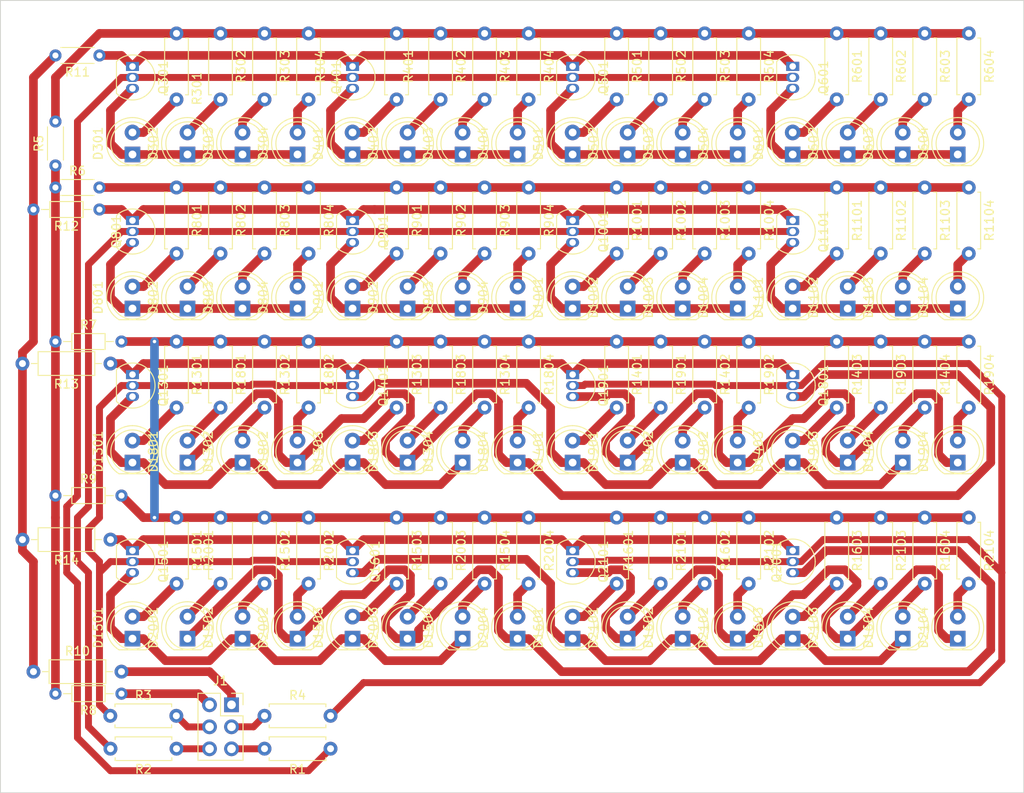
<source format=kicad_pcb>
(kicad_pcb (version 20221018) (generator pcbnew)
  (layers (0 "F.Cu" signal) (31 "B.Cu" signal) (34 "B.Paste" user) (35 "F.Paste" user) (36 "B.SilkS" user "B.Silkscreen") (37 "F.SilkS" user "F.Silkscreen") (38 "B.Mask" user) (39 "F.Mask" user) (44 "Edge.Cuts" user))
  (net 0 "")
  (net 1 "Net-(D301-K)")
  (net 2 "Net-(D401-K)")
  (net 3 "Net-(D501-K)")
  (net 4 "Net-(D601-K)")
  (net 5 "Net-(D801-K)")
  (net 6 "Net-(D901-K)")
  (net 7 "Net-(D1001-K)")
  (net 8 "Net-(D1101-K)")
  (net 9 "Net-(D1301-K)")
  (net 10 "Net-(D1401-K)")
  (net 11 "Net-(D1501-K)")
  (net 12 "Net-(D1601-K)")
  (net 13 "Net-(D1801-K)")
  (net 14 "Net-(D1901-K)")
  (net 15 "Net-(D2001-K)")
  (net 16 "Net-(D2101-K)")
  (net 17 "GND")
  (net 18 "Net-(J1-Pin_3)")
  (net 19 "Net-(J1-Pin_4)")
  (net 20 "Net-(J1-Pin_5)")
  (net 21 "Net-(J1-Pin_6)")
  (net 22 "PWM1")
  (net 23 "PWM2")
  (net 24 "PWM3")
  (net 25 "PWM4")
  (net 26 "Net-(D301-A)")
  (net 27 "Net-(D302-A)")
  (net 28 "Net-(D303-A)")
  (net 29 "Net-(D304-A)")
  (net 30 "Net-(D401-A)")
  (net 31 "Net-(D402-A)")
  (net 32 "Net-(D403-A)")
  (net 33 "Net-(D404-A)")
  (net 34 "Net-(D501-A)")
  (net 35 "Net-(D502-A)")
  (net 36 "Net-(D503-A)")
  (net 37 "Net-(D504-A)")
  (net 38 "Net-(D601-A)")
  (net 39 "Net-(D602-A)")
  (net 40 "Net-(D603-A)")
  (net 41 "Net-(D604-A)")
  (net 42 "Net-(D801-A)")
  (net 43 "Net-(D802-A)")
  (net 44 "Net-(D803-A)")
  (net 45 "Net-(D804-A)")
  (net 46 "Net-(D901-A)")
  (net 47 "Net-(D902-A)")
  (net 48 "Net-(D903-A)")
  (net 49 "Net-(D904-A)")
  (net 50 "Net-(D1001-A)")
  (net 51 "Net-(D1002-A)")
  (net 52 "Net-(D1003-A)")
  (net 53 "Net-(D1004-A)")
  (net 54 "Net-(D1101-A)")
  (net 55 "Net-(D1102-A)")
  (net 56 "Net-(D1103-A)")
  (net 57 "Net-(D1104-A)")
  (net 58 "Net-(D1301-A)")
  (net 59 "Net-(D1302-A)")
  (net 60 "Net-(D1303-A)")
  (net 61 "Net-(D1304-A)")
  (net 62 "Net-(D1401-A)")
  (net 63 "Net-(D1402-A)")
  (net 64 "Net-(D1403-A)")
  (net 65 "Net-(D1404-A)")
  (net 66 "Net-(D1501-A)")
  (net 67 "Net-(D1502-A)")
  (net 68 "Net-(D1503-A)")
  (net 69 "Net-(D1504-A)")
  (net 70 "Net-(D1601-A)")
  (net 71 "Net-(D1602-A)")
  (net 72 "Net-(D1603-A)")
  (net 73 "Net-(D1604-A)")
  (net 74 "Net-(D1801-A)")
  (net 75 "Net-(D1802-A)")
  (net 76 "Net-(D1803-A)")
  (net 77 "Net-(D1804-A)")
  (net 78 "Net-(D1901-A)")
  (net 79 "Net-(D1902-A)")
  (net 80 "Net-(D1903-A)")
  (net 81 "Net-(D1904-A)")
  (net 82 "Net-(D2001-A)")
  (net 83 "Net-(D2002-A)")
  (net 84 "Net-(D2003-A)")
  (net 85 "Net-(D2004-A)")
  (net 86 "Net-(D2101-A)")
  (net 87 "Net-(D2102-A)")
  (net 88 "Net-(D2103-A)")
  (net 89 "Net-(D2104-A)")
  (net 90 "Net-(J1-Pin_2)")
  (net 91 "Net-(J1-Pin_1)")
  (net 92 "GND2")
  (net 93 "3.3V_2")
  (net 94 "3.3V_1")
  (net 95 "3.3V_3")
  (net 96 "3.3V")
  (footprint "Resistor_THT:R_Axial_DIN0207_L6.3mm_D2.5mm_P7.62mm_Horizontal" (layer "F.Cu") (at 48.26 105.41 180)
    (fp_text reference "R2")
    (fp_text value "10k")
  )
  (footprint "Resistor_THT:R_Axial_DIN0207_L6.3mm_D2.5mm_P7.62mm_Horizontal" (layer "F.Cu") (at 134.62 40.64 -90)
    (fp_text reference "R1103")
    (fp_text value "220")
  )
  (footprint "My10.16mmResistor:my10.16mm_resistor" (layer "F.Cu") (at 31.75 96.52)
    (fp_text reference "R10")
    (fp_text value "0")
  )
  (footprint "Resistor_THT:R_Axial_DIN0207_L6.3mm_D2.5mm_P7.62mm_Horizontal" (layer "F.Cu") (at 66.04 105.41 180)
    (fp_text reference "R1")
    (fp_text value "10k")
  )
  (footprint "Resistor_THT:R_Axial_DIN0207_L6.3mm_D2.5mm_P7.62mm_Horizontal" (layer "F.Cu") (at 48.26 40.64 -90)
    (fp_text reference "R801")
    (fp_text value "220")
  )
  (footprint "Resistor_THT:R_Axial_DIN0207_L6.3mm_D2.5mm_P7.62mm_Horizontal" (layer "F.Cu") (at 73.66 40.64 -90)
    (fp_text reference "R901")
    (fp_text value "220")
  )
  (footprint "MyLED:LED_D5.0mm" (layer "F.Cu") (at 113.03 36.83 90)
    (fp_text reference "D504")
    (fp_text value "LED")
  )
  (footprint "Resistor_THT:R_Axial_DIN0207_L6.3mm_D2.5mm_P7.62mm_Horizontal" (layer "F.Cu") (at 109.22 78.74 -90)
    (fp_text reference "R1602")
    (fp_text value "220")
  )
  (footprint "Resistor_THT:R_Axial_DIN0207_L6.3mm_D2.5mm_P7.62mm_Horizontal" (layer "F.Cu") (at 78.74 58.42 -90)
    (fp_text reference "R1803")
    (fp_text value "220")
  )
  (footprint "MyLED:LED_D5.0mm" (layer "F.Cu") (at 81.28 92.71 90)
    (fp_text reference "D1504")
    (fp_text value "LED")
  )
  (footprint "Resistor_THT:R_Axial_DIN0207_L6.3mm_D2.5mm_P7.62mm_Horizontal" (layer "F.Cu") (at 124.46 58.42 -90)
    (fp_text reference "R1403")
    (fp_text value "220")
  )
  (footprint "MyLED:LED_D5.0mm" (layer "F.Cu") (at 113.03 54.61 90)
    (fp_text reference "D1004")
    (fp_text value "LED")
  )
  (footprint "Resistor_THT:R_Axial_DIN0207_L6.3mm_D2.5mm_P7.62mm_Horizontal" (layer "F.Cu") (at 109.22 40.64 -90)
    (fp_text reference "R1003")
    (fp_text value "220")
  )
  (footprint "Resistor_THT:R_Axial_DIN0207_L6.3mm_D2.5mm_P7.62mm_Horizontal" (layer "F.Cu") (at 63.5 58.42 -90)
    (fp_text reference "R1802")
    (fp_text value "220")
  )
  (footprint "Resistor_THT:R_Axial_DIN0207_L6.3mm_D2.5mm_P7.62mm_Horizontal" (layer "F.Cu") (at 78.74 78.74 -90)
    (fp_text reference "R2003")
    (fp_text value "220")
  )
  (footprint "MyLED:LED_D5.0mm" (layer "F.Cu") (at 87.63 36.83 90)
    (fp_text reference "D404")
    (fp_text value "LED")
  )
  (footprint "MyLED:LED_D5.0mm" (layer "F.Cu") (at 55.88 72.39 90)
    (fp_text reference "D1302")
    (fp_text value "LED")
  )
  (footprint "MyLED:LED_D5.0mm" (layer "F.Cu") (at 119.38 92.71 90)
    (fp_text reference "D1603")
    (fp_text value "LED")
  )
  (footprint "MyLED:LED_D5.0mm" (layer "F.Cu") (at 49.53 54.61 90)
    (fp_text reference "D802")
    (fp_text value "LED")
  )
  (footprint "MyLED:LED_D5.0mm" (layer "F.Cu") (at 62.23 54.61 90)
    (fp_text reference "D804")
    (fp_text value "LED")
  )
  (footprint "MyLED:LED_D5.0mm" (layer "F.Cu") (at 138.43 72.39 90)
    (fp_text reference "D1904")
    (fp_text value "LED")
  )
  (footprint "Resistor_THT:R_Axial_DIN0207_L6.3mm_D2.5mm_P7.62mm_Horizontal" (layer "F.Cu") (at 83.82 40.64 -90)
    (fp_text reference "R903")
    (fp_text value "220")
  )
  (footprint "Resistor_THT:R_Axial_DIN0204_L3.6mm_D1.6mm_P5.08mm_Horizontal" (layer "F.Cu") (at 39.37 25.4 180)
    (fp_text reference "R11")
    (fp_text value "0")
  )
  (footprint "Resistor_THT:R_Axial_DIN0207_L6.3mm_D2.5mm_P7.62mm_Horizontal" (layer "F.Cu") (at 109.22 22.85 -90)
    (fp_text reference "R503")
    (fp_text value "220")
  )
  (footprint "Resistor_THT:R_Axial_DIN0207_L6.3mm_D2.5mm_P7.62mm_Horizontal" (layer "F.Cu") (at 114.3 58.43 -90)
    (fp_text reference "R1902")
    (fp_text value "220")
  )
  (footprint "Resistor_THT:R_Axial_DIN0207_L6.3mm_D2.5mm_P7.62mm_Horizontal" (layer "F.Cu") (at 88.9 58.42 -90)
    (fp_text reference "R1804")
    (fp_text value "220")
  )
  (footprint "Resistor_THT:R_Axial_DIN0207_L6.3mm_D2.5mm_P7.62mm_Horizontal" (layer "F.Cu") (at 58.42 22.86 -90)
    (fp_text reference "R303")
    (fp_text value "220")
  )
  (footprint "Resistor_THT:R_Axial_DIN0204_L3.6mm_D1.6mm_P7.62mm_Horizontal" (layer "F.Cu") (at 41.91 99.06 180)
    (fp_text reference "R8")
    (fp_text value "0")
  )
  (footprint "Package_TO_SOT_THT:TO-92_Inline" (layer "F.Cu") (at 119.38 62.23 -90)
    (fp_text reference "Q1801")
    (fp_text value "2N3904")
  )
  (footprint "Resistor_THT:R_Axial_DIN0207_L6.3mm_D2.5mm_P7.62mm_Horizontal" (layer "F.Cu") (at 73.66 58.42 -90)
    (fp_text reference "R1303")
    (fp_text value "220")
  )
  (footprint "Resistor_THT:R_Axial_DIN0207_L6.3mm_D2.5mm_P7.62mm_Horizontal" (layer "F.Cu") (at 58.42 101.615)
    (fp_text reference "R4")
    (fp_text value "10k")
  )
  (footprint "Resistor_THT:R_Axial_DIN0207_L6.3mm_D2.5mm_P7.62mm_Horizontal" (layer "F.Cu") (at 48.26 22.86 -90)
    (fp_text reference "R301")
    (fp_text value "220")
  )
  (footprint "MyLED:LED_D5.0mm" (layer "F.Cu") (at 49.53 36.83 90)
    (fp_text reference "D302")
    (fp_text value "LED")
  )
  (footprint "MyLED:LED_D5.0mm" (layer "F.Cu") (at 87.63 72.39 90)
    (fp_text reference "D1804")
    (fp_text value "LED")
  )
  (footprint "Resistor_THT:R_Axial_DIN0207_L6.3mm_D2.5mm_P7.62mm_Horizontal" (layer "F.Cu") (at 63.5 22.86 -90)
    (fp_text reference "R304")
    (fp_text value "220")
  )
  (footprint "My10.16mmResistor:my10.16mm_resistor" (layer "F.Cu") (at 40.64 81.28 180)
    (fp_text reference "R14")
    (fp_text value "0")
  )
  (footprint "Resistor_THT:R_Axial_DIN0207_L6.3mm_D2.5mm_P7.62mm_Horizontal" (layer "F.Cu") (at 129.54 58.42 -90)
    (fp_text reference "R1903")
    (fp_text value "220")
  )
  (footprint "MyLED:LED_D5.0mm" (layer "F.Cu") (at 125.73 54.61 90)
    (fp_text reference "D1102")
    (fp_text value "LED")
  )
  (footprint "Resistor_THT:R_Axial_DIN0207_L6.3mm_D2.5mm_P7.62mm_Horizontal" (layer "F.Cu") (at 63.5 40.64 -90)
    (fp_text reference "R804")
    (fp_text value "220")
  )
  (footprint "Resistor_THT:R_Axial_DIN0207_L6.3mm_D2.5mm_P7.62mm_Horizontal" (layer "F.Cu") (at 99.06 78.74 -90)
    (fp_text reference "R1601")
    (fp_text value "220")
  )
  (footprint "Resistor_THT:R_Axial_DIN0207_L6.3mm_D2.5mm_P7.62mm_Horizontal" (layer "F.Cu") (at 83.82 58.42 -90)
    (fp_text reference "R1304")
    (fp_text value "220")
  )
  (footprint "MyLED:LED_D5.0mm" (layer "F.Cu") (at 62.23 36.83 90)
    (fp_text reference "D304")
    (fp_text value "LED")
  )
  (footprint "Resistor_THT:R_Axial_DIN0207_L6.3mm_D2.5mm_P7.62mm_Horizontal" (layer "F.Cu") (at 104.14 40.64 -90)
    (fp_text reference "R1002")
    (fp_text value "220")
  )
  (footprint "MyLED:LED_D5.0mm" (layer "F.Cu") (at 119.38 36.83 90)
    (fp_text reference "D601")
    (fp_text value "LED")
  )
  (footprint "Resistor_THT:R_Axial_DIN0207_L6.3mm_D2.5mm_P7.62mm_Horizontal" (layer "F.Cu") (at 58.42 58.42 -90)
    (fp_text reference "R1302")
    (fp_text value "220")
  )
  (footprint "MyLED:LED_D5.0mm" (layer "F.Cu") (at 87.63 54.61 90)
    (fp_text reference "D904")
    (fp_text value "LED")
  )
  (footprint "Package_TO_SOT_THT:TO-92_Inline" (layer "F.Cu") (at 68.58 44.45 -90)
    (fp_text reference "Q901")
    (fp_text value "2N3904")
  )
  (footprint "MyLED:LED_D5.0mm" (layer "F.Cu") (at 74.93 92.71 90)
    (fp_text reference "D2003")
    (fp_text value "LED")
  )
  (footprint "Resistor_THT:R_Axial_DIN0207_L6.3mm_D2.5mm_P7.62mm_Horizontal" (layer "F.Cu") (at 88.9 40.64 -90)
    (fp_text reference "R904")
    (fp_text value "220")
  )
  (footprint "Resistor_THT:R_Axial_DIN0207_L6.3mm_D2.5mm_P7.62mm_Horizontal" (layer "F.Cu") (at 83.82 22.86 -90)
    (fp_text reference "R403")
    (fp_text value "220")
  )
  (footprint "Resistor_THT:R_Axial_DIN0207_L6.3mm_D2.5mm_P7.62mm_Horizontal" (layer "F.Cu") (at 129.54 40.64 -90)
    (fp_text reference "R1102")
    (fp_text value "220")
  )
  (footprint "MyLED:LED_D5.0mm" (layer "F.Cu") (at 74.93 72.39 90)
    (fp_text reference "D1803")
    (fp_text value "LED")
  )
  (footprint "Resistor_THT:R_Axial_DIN0204_L3.6mm_D1.6mm_P7.62mm_Horizontal" (layer "F.Cu") (at 39.37 43.18 180)
    (fp_text reference "R12")
    (fp_text value "0")
  )
  (footprint "MyLED:LED_D5.0mm" (layer "F.Cu") (at 119.38 54.61 90)
    (fp_text reference "D1101")
    (fp_text value "LED")
  )
  (footprint "MyLED:LED_D5.0mm" (layer "F.Cu") (at 68.58 36.83 90)
    (fp_text reference "D401")
    (fp_text value "LED")
  )
  (footprint "Resistor_THT:R_Axial_DIN0207_L6.3mm_D2.5mm_P7.62mm_Horizontal" (layer "F.Cu") (at 48.26 58.42 -90)
    (fp_text reference "R1301")
    (fp_text value "220")
  )
  (footprint "Resistor_THT:R_Axial_DIN0207_L6.3mm_D2.5mm_P7.62mm_Horizontal" (layer "F.Cu") (at 124.46 22.85 -90)
    (fp_text reference "R601")
    (fp_text value "220")
  )
  (footprint "MyLED:LED_D5.0mm" (layer "F.Cu") (at 43.18 54.61 90)
    (fp_text reference "D801")
    (fp_text value "LED")
  )
  (footprint "Resistor_THT:R_Axial_DIN0207_L6.3mm_D2.5mm_P7.62mm_Horizontal" (layer "F.Cu") (at 73.66 78.74 -90)
    (fp_text reference "R1503")
    (fp_text value "220")
  )
  (footprint "Package_TO_SOT_THT:TO-92_Inline" (layer "F.Cu") (at 93.98 26.66 -90)
    (fp_text reference "Q501")
    (fp_text value "2N3904")
  )
  (footprint "Package_TO_SOT_THT:TO-92_Inline" (layer "F.Cu") (at 43.18 44.45 -90)
    (fp_text reference "Q801")
    (fp_text value "2N3904")
  )
  (footprint "Resistor_THT:R_Axial_DIN0207_L6.3mm_D2.5mm_P7.62mm_Horizontal" (layer "F.Cu") (at 40.62 101.615)
    (fp_text reference "R3")
    (fp_text value "10k")
  )
  (footprint "MyLED:LED_D5.0mm" (layer "F.Cu") (at 125.73 92.71 90)
    (fp_text reference "D2103")
    (fp_text value "LED")
  )
  (footprint "Resistor_THT:R_Axial_DIN0207_L6.3mm_D2.5mm_P7.62mm_Horizontal" (layer "F.Cu") (at 104.14 78.74 -90)
    (fp_text reference "R2101")
    (fp_text value "220")
  )
  (footprint "Package_TO_SOT_THT:TO-92_Inline" (layer "F.Cu") (at 68.58 62.23 -90)
    (fp_text reference "Q1401")
    (fp_text value "2N3904")
  )
  (footprint "MyLED:LED_D5.0mm" (layer "F.Cu") (at 81.28 36.83 90)
    (fp_text reference "D403")
    (fp_text value "LED")
  )
  (footprint "Package_TO_SOT_THT:TO-92_Inline" (layer "F.Cu") (at 43.18 26.67 -90)
    (fp_text reference "Q301")
    (fp_text value "2N3904")
  )
  (footprint "MyLED:LED_D5.0mm" (layer "F.Cu") (at 62.23 92.71 90)
    (fp_text reference "D2002")
    (fp_text value "LED")
  )
  (footprint "MyLED:LED_D5.0mm" (layer "F.Cu") (at 55.88 36.83 90)
    (fp_text reference "D303")
    (fp_text value "LED")
  )
  (footprint "MyLED:LED_D5.0mm" (layer "F.Cu") (at 81.28 72.39 90)
    (fp_text reference "D1304")
    (fp_text value "LED")
  )
  (footprint "MyLED:LED_D5.0mm" (layer "F.Cu") (at 125.73 72.39 90)
    (fp_text reference "D1903")
    (fp_text value "LED")
  )
  (footprint "Resistor_THT:R_Axial_DIN0207_L6.3mm_D2.5mm_P7.62mm_Horizontal" (layer "F.Cu") (at 134.62 22.85 -90)
    (fp_text reference "R603")
    (fp_text value "220")
  )
  (footprint "MyLED:LED_D5.0mm" (layer "F.Cu") (at 62.23 72.39 90)
    (fp_text reference "D1802")
    (fp_text value "LED")
  )
  (footprint "MyLED:LED_D5.0mm" (layer "F.Cu") (at 81.28 54.61 90)
    (fp_text reference "D903")
    (fp_text value "LED")
  )
  (footprint "MyLED:LED_D5.0mm" (layer "F.Cu") (at 49.53 72.39 90)
    (fp_text reference "D1801")
    (fp_text value "LED")
  )
  (footprint "MyLED:LED_D5.0mm" (layer "F.Cu") (at 132.08 36.83 90)
    (fp_text reference "D603")
    (fp_text value "LED")
  )
  (footprint "MyLED:LED_D5.0mm" (layer "F.Cu") (at 119.38 72.39 90)
    (fp_text reference "D1403")
    (fp_text value "LED")
  )
  (footprint "Resistor_THT:R_Axial_DIN0207_L6.3mm_D2.5mm_P7.62mm_Horizontal" (layer "F.Cu") (at 73.66 22.86 -90)
    (fp_text reference "R401")
    (fp_text value "220")
  )
  (footprint "Resistor_THT:R_Axial_DIN0204_L3.6mm_D1.6mm_P5.08mm_Horizontal" (layer "F.Cu") (at 34.29 40.64)
    (fp_text reference "R6")
    (fp_text value "0")
  )
  (footprint "MyLED:LED_D5.0mm" (layer "F.Cu") (at 68.58 72.39 90)
    (fp_text reference "D1303")
    (fp_text value "LED")
  )
  (footprint "MyLED:LED_D5.0mm" (layer "F.Cu") (at 100.33 92.71 90)
    (fp_text reference "D2101")
    (fp_text value "LED")
  )
  (footprint "Resistor_THT:R_Axial_DIN0207_L6.3mm_D2.5mm_P7.62mm_Horizontal" (layer "F.Cu") (at 88.9 22.86 -90)
    (fp_text reference "R404")
    (fp_text value "220")
  )
  (footprint "Package_TO_SOT_THT:TO-92_Inline" (layer "F.Cu") (at 119.38 26.66 -90)
    (fp_text reference "Q601")
    (fp_text value "2N3904")
  )
  (footprint "Resistor_THT:R_Axial_DIN0207_L6.3mm_D2.5mm_P7.62mm_Horizontal" (layer "F.Cu") (at 139.7 22.85 -90)
    (fp_text reference "R604")
    (fp_text value "220")
  )
  (footprint "Package_TO_SOT_THT:TO-92_Inline" (layer "F.Cu") (at 119.38 44.45 -90)
    (fp_text reference "Q1101")
    (fp_text value "2N3904")
  )
  (footprint "Resistor_THT:R_Axial_DIN0207_L6.3mm_D2.5mm_P7.62mm_Horizontal" (layer "F.Cu") (at 53.34 22.86 -90)
    (fp_text reference "R302")
    (fp_text value "220")
  )
  (footprint "MyLED:LED_D5.0mm" (layer "F.Cu") (at 43.18 92.71 90)
    (fp_text reference "D1501")
    (fp_text value "LED")
  )
  (footprint "MyLED:LED_D5.0mm" (layer "F.Cu") (at 55.88 92.71 90)
    (fp_text reference "D1502")
    (fp_text value "LED")
  )
  (footprint "Resistor_THT:R_Axial_DIN0207_L6.3mm_D2.5mm_P7.62mm_Horizontal" (layer "F.Cu") (at 53.34 58.42 -90)
    (fp_text reference "R1801")
    (fp_text value "220")
  )
  (footprint "MyLED:LED_D5.0mm" (layer "F.Cu") (at 43.18 36.83 90)
    (fp_text reference "D301")
    (fp_text value "LED")
  )
  (footprint "MyLED:LED_D5.0mm" (layer "F.Cu") (at 138.43 36.83 90)
    (fp_text reference "D604")
    (fp_text value "LED")
  )
  (footprint "MyLED:LED_D5.0mm" (layer "F.Cu") (at 43.18 72.39 90)
    (fp_text reference "D1301")
    (fp_text value "LED")
  )
  (footprint "My10.16mmResistor:my10.16mm_resistor" (layer "F.Cu") (at 40.64 60.96 180)
    (fp_text reference "R13")
    (fp_text value "0")
  )
  (footprint "MyLED:LED_D5.0mm" (layer "F.Cu") (at 106.68 36.83 90)
    (fp_text reference "D503")
    (fp_text value "LED")
  )
  (footprint "Resistor_THT:R_Axial_DIN0207_L6.3mm_D2.5mm_P7.62mm_Horizontal" (layer "F.Cu") (at 139.7 40.64 -90)
    (fp_text reference "R1104")
    (fp_text value "220")
  )
  (footprint "MyLED:LED_D5.0mm" (layer "F.Cu") (at 55.88 54.61 90)
    (fp_text reference "D803")
    (fp_text value "LED")
  )
  (footprint "MyLED:LED_D5.0mm" (layer "F.Cu") (at 100.33 54.61 90)
    (fp_text reference "D1002")
    (fp_text value "LED")
  )
  (footprint "MyLED:LED_D5.0mm" (layer "F.Cu") (at 106.68 54.61 90)
    (fp_text reference "D1003")
    (fp_text value "LED")
  )
  (footprint "MyLED:LED_D5.0mm" (layer "F.Cu") (at 125.73 36.83 90)
    (fp_text reference "D602")
    (fp_text value "LED")
  )
  (footprint "MyLED:LED_D5.0mm" (layer "F.Cu") (at 106.68 92.71 90)
    (fp_text reference "D1602")
    (fp_text value "LED")
  )
  (footprint "Resistor_THT:R_Axial_DIN0207_L6.3mm_D2.5mm_P7.62mm_Horizontal" (layer "F.Cu") (at 83.82 78.74 -90)
    (fp_text reference "R1504")
    (fp_text value "220")
  )
  (footprint "Resistor_THT:R_Axial_DIN0207_L6.3mm_D2.5mm_P7.62mm_Horizontal" (layer "F.Cu") (at 114.3 40.64 -90)
    (fp_text reference "R1004")
    (fp_text value "220")
  )
  (footprint "Resistor_THT:R_Axial_DIN0207_L6.3mm_D2.5mm_P7.62mm_Horizontal" (layer "F.Cu") (at 109.22 58.42 -90)
    (fp_text reference "R1402")
    (fp_text value "220")
  )
  (footprint "MyLED:LED_D5.0mm" (layer "F.Cu") (at 106.68 72.39 90)
    (fp_text reference "D1402")
    (fp_text value "LED")
  )
  (footprint "Package_TO_SOT_THT:TO-92_Inline" (layer "F.Cu") (at 68.58 26.67 -90)
    (fp_text reference "Q401")
    (fp_text value "2N3904")
  )
  (footprint "Connector_PinSocket_2.54mm:PinSocket_2x03_P2.54mm_Vertical" (layer "F.Cu") (at 54.61 100.345)
    (fp_text reference "J1")
    (fp_text value "Conn_02x03_Odd_Even")
  )
  (footprint "MyLED:LED_D5.0mm" (layer "F.Cu") (at 100.33 72.39 90)
    (fp_text reference "D1901")
    (fp_text value "LED")
  )
  (footprint "MyLED:LED_D5.0mm" (layer "F.Cu") (at 93.98 54.61 90)
    (fp_text reference "D1001")
    (fp_text value "LED")
  )
  (footprint "Resistor_THT:R_Axial_DIN0207_L6.3mm_D2.5mm_P7.62mm_Horizontal" (layer "F.Cu") (at 129.54 22.85 -90)
    (fp_text reference "R602")
    (fp_text value "220")
  )
  (footprint "Resistor_THT:R_Axial_DIN0204_L3.6mm_D1.6mm_P7.62mm_Horizontal" (layer "F.Cu") (at 34.29 58.42)
    (fp_text reference "R7")
    (fp_text value "0")
  )
  (footprint "MyLED:LED_D5.0mm" (layer "F.Cu") (at 138.43 92.71 90)
    (fp_text reference "D2104")
    (fp_text value "LED")
  )
  (footprint "Resistor_THT:R_Axial_DIN0207_L6.3mm_D2.5mm_P7.62mm_Horizontal" (layer "F.Cu") (at 114.3 22.86 -90)
    (fp_text reference "R504")
    (fp_text value "220")
  )
  (footprint "MyLED:LED_D5.0mm" (layer "F.Cu") (at 87.63 92.71 90)
    (fp_text reference "D2004")
    (fp_text value "LED")
  )
  (footprint "Resistor_THT:R_Axial_DIN0207_L6.3mm_D2.5mm_P7.62mm_Horizontal" (layer "F.Cu") (at 88.9 78.74 -90)
    (fp_text reference "R2004")
    (fp_text value "220")
  )
  (footprint "Resistor_THT:R_Axial_DIN0207_L6.3mm_D2.5mm_P7.62mm_Horizontal" (layer "F.Cu") (at 129.54 78.74 -90)
    (fp_text reference "R2103")
    (fp_text value "220")
  )
  (footprint "MyLED:LED_D5.0mm" (layer "F.Cu") (at 49.53 92.71 90)
    (fp_text reference "D2001")
    (fp_text value "LED")
  )
  (footprint "Resistor_THT:R_Axial_DIN0207_L6.3mm_D2.5mm_P7.62mm_Horizontal" (layer "F.Cu") (at 58.42 78.74 -90)
    (fp_text reference "R1502")
    (fp_text value "220")
  )
  (footprint "MyLED:LED_D5.0mm" (layer "F.Cu") (at 113.03 92.71 90)
    (fp_text reference "D2102")
    (fp_text value "LED")
  )
  (footprint "MyLED:LED_D5.0mm" (layer "F.Cu") (at 93.98 72.39 90)
    (fp_text reference "D1401")
    (fp_text value "LED")
  )
  (footprint "Resistor_THT:R_Axial_DIN0207_L6.3mm_D2.5mm_P7.62mm_Horizontal" (layer "F.Cu") (at 124.46 40.64 -90)
    (fp_text reference "R1101")
    (fp_text value "220")
  )
  (footprint "Resistor_THT:R_Axial_DIN0207_L6.3mm_D2.5mm_P7.62mm_Horizontal" (layer "F.Cu") (at 124.46 78.74 -90)
    (fp_text reference "R1603")
    (fp_text value "220")
  )
  (footprint "Package_TO_SOT_THT:TO-92_Inline" (layer "F.Cu") (at 93.98 62.23 -90)
    (fp_text reference "Q1901")
    (fp_text value "2N3904")
  )
  (footprint "Resistor_THT:R_Axial_DIN0207_L6.3mm_D2.5mm_P7.62mm_Horizontal" (layer "F.Cu") (at 53.34 40.64 -90)
    (fp_text reference "R802")
    (fp_text value "220")
  )
  (footprint "MyLED:LED_D5.0mm" (layer "F.Cu") (at 68.58 54.61 90)
    (fp_text reference "D901")
    (fp_text value "LED")
  )
  (footprint "Resistor_THT:R_Axial_DIN0204_L3.6mm_D1.6mm_P5.08mm_Horizontal" (layer "F.Cu") (at 34.29 38.1 90)
    (fp_text reference "R5")
    (fp_text value "0")
  )
  (footprint "Package_TO_SOT_THT:TO-92_Inline" (layer "F.Cu") (at 93.98 44.45 -90)
    (fp_text reference "Q1001")
    (fp_text value "2N3904")
  )
  (footprint "Resistor_THT:R_Axial_DIN0207_L6.3mm_D2.5mm_P7.62mm_Horizontal" (layer "F.Cu") (at 139.7 78.74 -90)
    (fp_text reference "R2104")
    (fp_text value "220")
  )
  (footprint "MyLED:LED_D5.0mm" (layer "F.Cu") (at 132.08 72.39 90)
    (fp_text reference "D1404")
    (fp_text value "LED")
  )
  (footprint "MyLED:LED_D5.0mm" (layer "F.Cu") (at 100.33 36.83 90)
    (fp_text reference "D502")
    (fp_text value "LED")
  )
  (footprint "Resistor_THT:R_Axial_DIN0207_L6.3mm_D2.5mm_P7.62mm_Horizontal" (layer "F.Cu") (at 58.42 40.64 -90)
    (fp_text reference "R803")
    (fp_text value "220")
  )
  (footprint "Resistor_THT:R_Axial_DIN0207_L6.3mm_D2.5mm_P7.62mm_Horizontal" (layer "F.Cu") (at 78.74 40.64 -90)
    (fp_text reference "R902")
    (fp_text value "220")
  )
  (footprint "MyLED:LED_D5.0mm" (layer "F.Cu") (at 132.08 54.61 90)
    (fp_text reference "D1103")
    (fp_text value "LED")
  )
  (footprint "MyLED:LED_D5.0mm" (layer "F.Cu") (at 93.98 36.83 90)
    (fp_text reference "D501")
    (fp_text value "LED")
  )
  (footprint "Resistor_THT:R_Axial_DIN0207_L6.3mm_D2.5mm_P7.62mm_Horizontal" (layer "F.Cu") (at 114.3 78.74 -90)
    (fp_text reference "R2102")
    (fp_text value "220")
  )
  (footprint "Resistor_THT:R_Axial_DIN0207_L6.3mm_D2.5mm_P7.62mm_Horizontal" (layer "F.Cu") (at 99.06 22.85 -90)
    (fp_text reference "R501")
    (fp_text value "220")
  )
  (footprint "Resistor_THT:R_Axial_DIN0207_L6.3mm_D2.5mm_P7.62mm_Horizontal" (layer "F.Cu") (at 104.14 58.42 -90)
    (fp_text reference "R1901")
    (fp_text value "220")
  )
  (footprint "MyLED:LED_D5.0mm" (layer "F.Cu") (at 132.08 92.71 90)
    (fp_text reference "D1604")
    (fp_text value "LED")
  )
  (footprint "Resistor_THT:R_Axial_DIN0207_L6.3mm_D2.5mm_P7.62mm_Horizontal" (layer "F.Cu") (at 48.26 78.74 -90)
    (fp_text reference "R1501")
    (fp_text value "220")
  )
  (footprint "Resistor_THT:R_Axial_DIN0207_L6.3mm_D2.5mm_P7.62mm_Horizontal" (layer "F.Cu") (at 134.62 58.42 -90)
    (fp_text reference "R1404")
    (fp_text value "220")
  )
  (footprint "Package_TO_SOT_THT:TO-92_Inline" (layer "F.Cu") (at 43.18 82.55 -90)
    (fp_text reference "Q1501")
    (fp_text value "2N3904")
  )
  (footprint "Resistor_THT:R_Axial_DIN0207_L6.3mm_D2.5mm_P7.62mm_Horizontal" (layer "F.Cu") (at 99.06 40.64 -90)
    (fp_text reference "R1001")
    (fp_text value "220")
  )
  (footprint "Package_TO_SOT_THT:TO-92_Inline" (layer "F.Cu") (at 43.18 62.23 -90)
    (fp_text reference "Q1301")
    (fp_text value "2N3904")
  )
  (footprint "Resistor_THT:R_Axial_DIN0207_L6.3mm_D2.5mm_P7.62mm_Horizontal" (layer "F.Cu") (at 134.62 78.74 -90)
    (fp_text reference "R1604")
    (fp_text value "220")
  )
  (footprint "Resistor_THT:R_Axial_DIN0204_L3.6mm_D1.6mm_P7.62mm_Horizontal" (layer "F.Cu") (at 34.29 76.2)
    (fp_text reference "R9")
    (fp_text value "0")
  )
  (footprint "MyLED:LED_D5.0mm" (layer "F.Cu") (at 74.93 54.61 90)
    (fp_text reference "D902")
    (fp_text value "LED")
  )
  (footprint "Package_TO_SOT_THT:TO-92_Inline" (layer "F.Cu") (at 93.98 82.55 -90)
    (fp_text reference "Q2101")
    (fp_text value "2N3904")
  )
  (footprint "MyLED:LED_D5.0mm" (layer "F.Cu") (at 93.98 92.71 90)
    (fp_text reference "D1601")
    (fp_text value "LED")
  )
  (footprint "Resistor_THT:R_Axial_DIN0207_L6.3mm_D2.5mm_P7.62mm_Horizontal" (layer "F.Cu") (at 139.7 58.42 -90)
    (fp_text reference "R1904")
    (fp_text value "220")
  )
  (footprint "Resistor_THT:R_Axial_DIN0207_L6.3mm_D2.5mm_P7.62mm_Horizontal" (layer "F.Cu") (at 99.06 58.42 -90)
    (fp_text reference "R1401")
    (fp_text value "220")
  )
  (footprint "MyLED:LED_D5.0mm" (layer "F.Cu") (at 138.43 54.61 90)
    (fp_text reference "D1104")
    (fp_text value "LED")
  )
  (footprint "Package_TO_SOT_THT:TO-92_Inline" (layer "F.Cu") (at 68.58 82.55 -90)
    (fp_text reference "Q1601")
    (fp_text value "2N3904")
  )
  (footprint "MyLED:LED_D5.0mm" (layer "F.Cu") (at 68.58 92.71 90)
    (fp_text reference "D1503")
    (fp_text value "LED")
  )
  (footprint "Resistor_THT:R_Axial_DIN0207_L6.3mm_D2.5mm_P7.62mm_Horizontal" (layer "F.Cu") (at 63.5 78.74 -90)
    (fp_text reference "R2002")
    (fp_text value "220")
  )
  (footprint "Resistor_THT:R_Axial_DIN0207_L6.3mm_D2.5mm_P7.62mm_Horizontal" (layer "F.Cu") (at 104.14 22.85 -90)
    (fp_text reference "R502")
    (fp_text value "220")
  )
  (footprint "Resistor_THT:R_Axial_DIN0207_L6.3mm_D2.5mm_P7.62mm_Horizontal" (layer "F.Cu") (at 78.74 22.86 -90)
    (fp_text reference "R402")
    (fp_text value "220")
  )
  (footprint "Resistor_THT:R_Axial_DIN0207_L6.3mm_D2.5mm_P7.62mm_Horizontal" (layer "F.Cu") (at 53.34 78.74 -90)
    (fp_text reference "R2001")
    (fp_text value "220")
  )
  (footprint "MyLED:LED_D5.0mm" (layer "F.Cu") (at 74.93 36.83 90)
    (fp_text reference "D402")
    (fp_text value "LED")
  )
  (footprint "Package_TO_SOT_THT:TO-92_Inline" (layer "F.Cu") (at 119.38 82.55 -90)
    (fp_text reference "Q2001")
    (fp_text value "2N3904")
  )
  (footprint "MyLED:LED_D5.0mm" (layer "F.Cu") (at 113.03 72.39 90)
    (fp_text reference "D1902")
    (fp_text value "LED")
  )
  (gr_rect (start 27.94 19.05) (end 146.05 110.49) (stroke (width 0.1)) (fill none) (layer "Edge.Cuts"))
  (segment (start 40.64 31.75) (end 43.18 29.21) (width 1) (layer "F.Cu") (net 1))
  (segment (start 40.64 35.56) (end 40.64 31.75) (width 1) (layer "F.Cu") (net 1))
  (segment (start 43.18 36.83) (end 41.91 36.83) (width 1) (layer "F.Cu") (net 1))
  (segment (start 43.18 36.83) (end 62.23 36.83) (width 1) (layer "F.Cu") (net 1))
  (segment (start 41.91 36.83) (end 40.64 35.56) (width 1) (layer "F.Cu") (net 1))
  (segment (start 66.04 31.75) (end 66.04 35.56) (width 1) (layer "F.Cu") (net 2))
  (segment (start 68.58 36.83) (end 87.63 36.83) (width 1) (layer "F.Cu") (net 2))
  (segment (start 67.31 36.83) (end 68.58 36.83) (width 1) (layer "F.Cu") (net 2))
  (segment (start 66.04 35.56) (end 67.31 36.83) (width 1) (layer "F.Cu") (net 2))
  (segment (start 68.58 29.21) (end 66.04 31.75) (width 1) (layer "F.Cu") (net 2))
  (segment (start 93.98 29.2) (end 93.98 29.21) (width 1) (layer "F.Cu") (net 3))
  (segment (start 92.71 36.83) (end 93.98 36.83) (width 1) (layer "F.Cu") (net 3))
  (segment (start 91.44 35.56) (end 92.71 36.83) (width 1) (layer "F.Cu") (net 3))
  (segment (start 91.44 31.75) (end 91.44 35.56) (width 1) (layer "F.Cu") (net 3))
  (segment (start 93.98 36.83) (end 113.03 36.83) (width 1) (layer "F.Cu") (net 3))
  (segment (start 93.98 29.21) (end 91.44 31.75) (width 1) (layer "F.Cu") (net 3))
  (segment (start 116.84 31.75) (end 116.84 35.56) (width 1) (layer "F.Cu") (net 4))
  (segment (start 118.11 36.83) (end 119.38 36.83) (width 1) (layer "F.Cu") (net 4))
  (segment (start 119.38 29.21) (end 116.84 31.75) (width 1) (layer "F.Cu") (net 4))
  (segment (start 119.38 29.2) (end 119.38 29.21) (width 1) (layer "F.Cu") (net 4))
  (segment (start 116.84 35.56) (end 118.11 36.83) (width 1) (layer "F.Cu") (net 4))
  (segment (start 119.38 36.83) (end 138.43 36.83) (width 1) (layer "F.Cu") (net 4))
  (segment (start 43.18 54.61) (end 62.23 54.61) (width 1) (layer "F.Cu") (net 5))
  (segment (start 40.64 49.53) (end 43.18 46.99) (width 1) (layer "F.Cu") (net 5))
  (segment (start 43.18 54.61) (end 41.91 54.61) (width 1) (layer "F.Cu") (net 5))
  (segment (start 40.64 53.34) (end 40.64 49.53) (width 1) (layer "F.Cu") (net 5))
  (segment (start 41.91 54.61) (end 40.64 53.34) (width 1) (layer "F.Cu") (net 5))
  (segment (start 68.58 54.61) (end 67.31 54.61) (width 1) (layer "F.Cu") (net 6))
  (segment (start 66.04 49.53) (end 68.58 46.99) (width 1) (layer "F.Cu") (net 6))
  (segment (start 67.31 54.61) (end 66.04 53.34) (width 1) (layer "F.Cu") (net 6))
  (segment (start 68.58 54.61) (end 87.63 54.61) (width 1) (layer "F.Cu") (net 6))
  (segment (start 66.04 53.34) (end 66.04 49.53) (width 1) (layer "F.Cu") (net 6))
  (segment (start 91.44 49.53) (end 91.44 53.34) (width 1) (layer "F.Cu") (net 7))
  (segment (start 93.98 54.61) (end 113.03 54.61) (width 1) (layer "F.Cu") (net 7))
  (segment (start 93.98 46.99) (end 91.44 49.53) (width 1) (layer "F.Cu") (net 7))
  (segment (start 91.44 53.34) (end 92.71 54.61) (width 1) (layer "F.Cu") (net 7))
  (segment (start 92.71 54.61) (end 93.98 54.61) (width 1) (layer "F.Cu") (net 7))
  (segment (start 116.84 49.53) (end 116.84 53.34) (width 1) (layer "F.Cu") (net 8))
  (segment (start 118.11 54.61) (end 119.38 54.61) (width 1) (layer "F.Cu") (net 8))
  (segment (start 116.84 53.34) (end 118.11 54.61) (width 1) (layer "F.Cu") (net 8))
  (segment (start 119.38 54.61) (end 138.43 54.61) (width 1) (layer "F.Cu") (net 8))
  (segment (start 119.38 46.99) (end 116.84 49.53) (width 1) (layer "F.Cu") (net 8))
  (segment (start 64.77 74.93) (end 67.31 72.39) (width 1) (layer "F.Cu") (net 9))
  (segment (start 46.99 74.93) (end 52.07 74.93) (width 1) (layer "F.Cu") (net 9))
  (segment (start 54.61 72.39) (end 57.15 72.39) (width 1) (layer "F.Cu") (net 9))
  (segment (start 41.91 72.39) (end 44.45 72.39) (width 1) (layer "F.Cu") (net 9))
  (segment (start 72.39 74.93) (end 78.74 74.93) (width 1) (layer "F.Cu") (net 9))
  (segment (start 78.74 74.93) (end 81.28 72.39) (width 1) (layer "F.Cu") (net 9))
  (segment (start 40.64 71.12) (end 41.91 72.39) (width 1) (layer "F.Cu") (net 9))
  (segment (start 69.85 72.39) (end 72.39 74.93) (width 1) (layer "F.Cu") (net 9))
  (segment (start 57.15 72.39) (end 59.69 74.93) (width 1) (layer "F.Cu") (net 9))
  (segment (start 67.31 72.39) (end 69.85 72.39) (width 1) (layer "F.Cu") (net 9))
  (segment (start 43.18 64.77) (end 40.64 67.31) (width 1) (layer "F.Cu") (net 9))
  (segment (start 44.45 72.39) (end 46.99 74.93) (width 1) (layer "F.Cu") (net 9))
  (segment (start 40.64 67.31) (end 40.64 71.12) (width 1) (layer "F.Cu") (net 9))
  (segment (start 59.69 74.93) (end 64.77 74.93) (width 1) (layer "F.Cu") (net 9))
  (segment (start 52.07 74.93) (end 54.61 72.39) (width 1) (layer "F.Cu") (net 9))
  (segment (start 110.49 74.93) (end 115.57 74.93) (width 1) (layer "F.Cu") (net 10))
  (segment (start 95.25 72.39) (end 97.79 74.93) (width 1) (layer "F.Cu") (net 10))
  (segment (start 115.57 74.93) (end 118.11 72.39) (width 1) (layer "F.Cu") (net 10))
  (segment (start 97.79 74.93) (end 102.87 74.93) (width 1) (layer "F.Cu") (net 10))
  (segment (start 123.19 74.93) (end 129.54 74.93) (width 1) (layer "F.Cu") (net 10))
  (segment (start 69.85 64.77) (end 71.12 63.5) (width 1) (layer "F.Cu") (net 10))
  (segment (start 107.95 72.39) (end 110.49 74.93) (width 1) (layer "F.Cu") (net 10))
  (segment (start 91.44 71.12) (end 91.44 66.04) (width 1) (layer "F.Cu") (net 10))
  (segment (start 88.64 63.24) (end 71.38 63.24) (width 1) (layer "F.Cu") (net 10))
  (segment (start 93.98 72.39) (end 95.25 72.39) (width 1) (layer "F.Cu") (net 10))
  (segment (start 92.71 72.39) (end 91.44 71.12) (width 1) (layer "F.Cu") (net 10))
  (segment (start 71.38 63.24) (end 69.85 64.77) (width 1) (layer "F.Cu") (net 10))
  (segment (start 68.58 64.77) (end 69.85 64.77) (width 1) (layer "F.Cu") (net 10))
  (segment (start 129.54 74.93) (end 132.08 72.39) (width 1) (layer "F.Cu") (net 10))
  (segment (start 118.11 72.39) (end 120.65 72.39) (width 1) (layer "F.Cu") (net 10))
  (segment (start 102.87 74.93) (end 105.41 72.39) (width 1) (layer "F.Cu") (net 10))
  (segment (start 105.41 72.39) (end 107.95 72.39) (width 1) (layer "F.Cu") (net 10))
  (segment (start 91.44 66.04) (end 88.64 63.24) (width 1) (layer "F.Cu") (net 10))
  (segment (start 93.98 72.39) (end 92.71 72.39) (width 1) (layer "F.Cu") (net 10))
  (segment (start 120.65 72.39) (end 123.19 74.93) (width 1) (layer "F.Cu") (net 10))
  (segment (start 43.18 92.71) (end 41.91 92.71) (width 1) (layer "F.Cu") (net 11))
  (segment (start 72.39 95.25) (end 78.74 95.25) (width 1) (layer "F.Cu") (net 11))
  (segment (start 67.31 92.71) (end 69.85 92.71) (width 1) (layer "F.Cu") (net 11))
  (segment (start 57.15 92.71) (end 59.69 95.25) (width 1) (layer "F.Cu") (net 11))
  (segment (start 44.45 92.71) (end 46.99 95.25) (width 1) (layer "F.Cu") (net 11))
  (segment (start 78.74 95.25) (end 81.28 92.71) (width 1) (layer "F.Cu") (net 11))
  (segment (start 54.61 92.71) (end 57.15 92.71) (width 1) (layer "F.Cu") (net 11))
  (segment (start 43.18 92.71) (end 44.45 92.71) (width 1) (layer "F.Cu") (net 11))
  (segment (start 40.64 87.63) (end 43.18 85.09) (width 1) (layer "F.Cu") (net 11))
  (segment (start 46.99 95.25) (end 52.07 95.25) (width 1) (layer "F.Cu") (net 11))
  (segment (start 52.07 95.25) (end 54.61 92.71) (width 1) (layer "F.Cu") (net 11))
  (segment (start 59.69 95.25) (end 64.77 95.25) (width 1) (layer "F.Cu") (net 11))
  (segment (start 69.85 92.71) (end 72.39 95.25) (width 1) (layer "F.Cu") (net 11))
  (segment (start 41.91 92.71) (end 40.64 91.44) (width 1) (layer "F.Cu") (net 11))
  (segment (start 40.64 91.44) (end 40.64 87.63) (width 1) (layer "F.Cu") (net 11))
  (segment (start 64.77 95.25) (end 67.31 92.71) (width 1) (layer "F.Cu") (net 11))
  (segment (start 105.41 92.71) (end 107.95 92.71) (width 1) (layer "F.Cu") (net 12))
  (segment (start 93.98 92.71) (end 92.71 92.71) (width 1) (layer "F.Cu") (net 12))
  (segment (start 110.49 95.25) (end 115.57 95.25) (width 1) (layer "F.Cu") (net 12))
  (segment (start 129.54 95.25) (end 132.08 92.71) (width 1) (layer "F.Cu") (net 12))
  (segment (start 120.65 92.71) (end 123.19 95.25) (width 1) (layer "F.Cu") (net 12))
  (segment (start 102.87 95.25) (end 105.41 92.71) (width 1) (layer "F.Cu") (net 12))
  (segment (start 93.98 92.71) (end 95.25 92.71) (width 1) (layer "F.Cu") (net 12))
  (segment (start 115.57 95.25) (end 118.11 92.71) (width 1) (layer "F.Cu") (net 12))
  (segment (start 107.95 92.71) (end 110.49 95.25) (width 1) (layer "F.Cu") (net 12))
  (segment (start 71.41 83.56) (end 69.88 85.09) (width 1) (layer "F.Cu") (net 12))
  (segment (start 88.64 83.56) (end 71.41 83.56) (width 1) (layer "F.Cu") (net 12))
  (segment (start 123.19 95.25) (end 129.54 95.25) (width 1) (layer "F.Cu") (net 12))
  (segment (start 118.11 92.71) (end 120.65 92.71) (width 1) (layer "F.Cu") (net 12))
  (segment (start 92.71 92.71) (end 91.44 91.44) (width 1) (layer "F.Cu") (net 12))
  (segment (start 95.25 92.71) (end 97.79 95.25) (width 1) (layer "F.Cu") (net 12))
  (segment (start 97.79 95.25) (end 102.87 95.25) (width 1) (layer "F.Cu") (net 12))
  (segment (start 69.88 85.09) (end 68.58 85.09) (width 1) (layer "F.Cu") (net 12))
  (segment (start 91.44 91.44) (end 91.44 86.36) (width 1) (layer "F.Cu") (net 12))
  (segment (start 91.44 86.36) (end 88.64 83.56) (width 1) (layer "F.Cu") (net 12))
  (segment (start 142.24 66.04) (end 142.24 72.39) (width 1) (layer "F.Cu") (net 13))
  (segment (start 49.53 72.39) (end 57.48 64.44) (width 1) (layer "F.Cu") (net 13))
  (segment (start 69.85 67.31) (end 72.72 64.44) (width 1) (layer "F.Cu") (net 13))
  (segment (start 73.66 72.39) (end 74.93 72.39) (width 1) (layer "F.Cu") (net 13))
  (segment (start 75.26 65.1) (end 75.26 66.98) (width 1) (layer "F.Cu") (net 13))
  (segment (start 57.48 64.44) (end 59.082742 64.44) (width 1) (layer "F.Cu") (net 13))
  (segment (start 84.482742 64.44) (end 85.42 65.377258) (width 1) (layer "F.Cu") (net 13))
  (segment (start 119.38 64.77) (end 120.65 64.77) (width 1) (layer "F.Cu") (net 13))
  (segment (start 120.65 64.77) (end 123.19 62.23) (width 1) (layer "F.Cu") (net 13))
  (segment (start 88.9 72.39) (end 87.63 72.39) (width 1) (layer "F.Cu") (net 13))
  (segment (start 138.43 76.2) (end 92.71 76.2) (width 1) (layer "F.Cu") (net 13))
  (segment (start 72.39 71.12) (end 73.66 72.39) (width 1) (layer "F.Cu") (net 13))
  (segment (start 86.36 72.39) (end 87.63 72.39) (width 1) (layer "F.Cu") (net 13))
  (segment (start 62.23 72.39) (end 67.31 67.31) (width 1) (layer "F.Cu") (net 13))
  (segment (start 85.42 71.45) (end 86.36 72.39) (width 1) (layer "F.Cu") (net 13))
  (segment (start 72.39 69.85) (end 72.39 71.12) (width 1) (layer "F.Cu") (net 13))
  (segment (start 82.88 64.44) (end 84.482742 64.44) (width 1) (layer "F.Cu") (net 13))
  (segment (start 60.02 71.45) (end 60.96 72.39) (width 1) (layer "F.Cu") (net 13))
  (segment (start 59.082742 64.44) (end 60.02 65.377258) (width 1) (layer "F.Cu") (net 13))
  (segment (start 67.31 67.31) (end 69.85 67.31) (width 1) (layer "F.Cu") (net 13))
  (segment (start 74.6 64.44) (end 75.26 65.1) (width 1) (layer "F.Cu") (net 13))
  (segment (start 85.42 65.377258) (end 85.42 71.45) (width 1) (layer "F.Cu") (net 13))
  (segment (start 138.43 62.23) (end 142.24 66.04) (width 1) (layer "F.Cu") (net 13))
  (segment (start 142.24 72.39) (end 138.43 76.2) (width 1) (layer "F.Cu") (net 13))
  (segment (start 123.19 62.23) (end 138.43 62.23) (width 1) (layer "F.Cu") (net 13))
  (segment (start 75.26 66.98) (end 72.39 69.85) (width 1) (layer "F.Cu") (net 13))
  (segment (start 60.02 65.377258) (end 60.02 71.45) (width 1) (layer "F.Cu") (net 13))
  (segment (start 74.93 72.39) (end 82.88 64.44) (width 1) (layer "F.Cu") (net 13))
  (segment (start 92.71 76.2) (end 88.9 72.39) (width 1) (layer "F.Cu") (net 13))
  (segment (start 60.96 72.39) (end 62.23 72.39) (width 1) (layer "F.Cu") (net 13))
  (segment (start 72.72 64.44) (end 74.6 64.44) (width 1) (layer "F.Cu") (net 13))
  (segment (start 119.38 67.31) (end 120.65 67.31) (width 1) (layer "F.Cu") (net 14))
  (segment (start 97.79 64.77) (end 93.98 64.77) (width 1) (layer "F.Cu") (net 14))
  (segment (start 137.16 72.39) (end 138.43 72.39) (width 1) (layer "F.Cu") (net 14))
  (segment (start 98.12 64.44) (end 97.79 64.77) (width 1) (layer "F.Cu") (net 14))
  (segment (start 123.52 64.44) (end 125.4 64.44) (width 1) (layer "F.Cu") (net 14))
  (segment (start 99.06 72.39) (end 100.33 72.39) (width 1) (layer "F.Cu") (net 14))
  (segment (start 113.03 72.39) (end 114.3 72.39) (width 1) (layer "F.Cu") (net 14))
  (segment (start 123.19 71.12) (end 124.46 72.39) (width 1) (layer "F.Cu") (net 14))
  (segment (start 97.79 69.85) (end 100.66 66.98) (width 1) (layer "F.Cu") (net 14))
  (segment (start 124.46 72.39) (end 125.73 72.39) (width 1) (layer "F.Cu") (net 14))
  (segment (start 136.22 65.1) (end 136.22 71.45) (width 1) (layer "F.Cu") (net 14))
  (segment (start 133.68 64.44) (end 135.56 64.44) (width 1) (layer "F.Cu") (net 14))
  (segment (start 126.06 65.1) (end 126.06 66.98) (width 1) (layer "F.Cu") (net 14))
  (segment (start 110.82 71.45) (end 110.82 65.377258) (width 1) (layer "F.Cu") (net 14))
  (segment (start 125.4 64.44) (end 126.06 65.1) (width 1) (layer "F.Cu") (net 14))
  (segment (start 100.66 66.98) (end 100.66 65.1) (width 1) (layer "F.Cu") (net 14))
  (segment (start 110.82 65.377258) (end 109.882742 64.44) (width 1) (layer "F.Cu") (net 14))
  (segment (start 109.882742 64.44) (end 108.28 64.44) (width 1) (layer "F.Cu") (net 14))
  (segment (start 100.66 65.1) (end 100 64.44) (width 1) (layer "F.Cu") (net 14))
  (segment (start 113.03 72.39) (end 111.76 72.39) (width 1) (layer "F.Cu") (net 14))
  (segment (start 136.22 71.45) (end 137.16 72.39) (width 1) (layer "F.Cu") (net 14))
  (segment (start 125.73 72.39) (end 133.68 64.44) (width 1) (layer "F.Cu") (net 14))
  (segment (start 120.65 67.31) (end 123.52 64.44) (width 1) (layer "F.Cu") (net 14))
  (segment (start 126.06 66.98) (end 123.19 69.85) (width 1) (layer "F.Cu") (net 14))
  (segment (start 108.28 64.44) (end 100.33 72.39) (width 1) (layer "F.Cu") (net 14))
  (segment (start 97.79 71.12) (end 99.06 72.39) (width 1) (layer "F.Cu") (net 14))
  (segment (start 111.76 72.39) (end 110.82 71.45) (width 1) (layer "F.Cu") (net 14))
  (segment (start 97.79 69.85) (end 97.79 71.12) (width 1) (layer "F.Cu") (net 14))
  (segment (start 100 64.44) (end 98.12 64.44) (width 1) (layer "F.Cu") (net 14))
  (segment (start 135.56 64.44) (end 136.22 65.1) (width 1) (layer "F.Cu") (net 14))
  (segment (start 114.3 72.39) (end 119.38 67.31) (width 1) (layer "F.Cu") (net 14))
  (segment (start 123.19 69.85) (end 123.19 71.12) (width 1) (layer "F.Cu") (net 14))
  (segment (start 72.39 90.447258) (end 72.39 91.44) (width 1) (layer "F.Cu") (net 15))
  (segment (start 123.19 82.55) (end 138.43 82.55) (width 1) (layer "F.Cu") (net 15))
  (segment (start 85.42 91.77) (end 86.36 92.71) (width 1) (layer "F.Cu") (net 15))
  (segment (start 72.39 91.44) (end 73.66 92.71) (width 1) (layer "F.Cu") (net 15))
  (segment (start 60.02 85.42) (end 60.02 91.77) (width 1) (layer "F.Cu") (net 15))
  (segment (start 92.71 96.52) (end 88.9 92.71) (width 1) (layer "F.Cu") (net 15))
  (segment (start 88.9 92.71) (end 87.63 92.71) (width 1) (layer "F.Cu") (net 15))
  (segment (start 69.85 87.63) (end 72.72 84.76) (width 1) (layer "F.Cu") (net 15))
  (segment (start 76.2 92.71) (end 76.2 91.717258) (width 1) (layer "F.Cu") (net 15))
  (segment (start 142.24 86.36) (end 142.24 93.98) (width 1) (layer "F.Cu") (net 15))
  (segment (start 49.53 92.71) (end 57.48 84.76) (width 1) (layer "F.Cu") (net 15))
  (segment (start 60.02 91.77) (end 60.96 92.71) (width 1) (layer "F.Cu") (net 15))
  (segment (start 72.72 84.76) (end 74.6 84.76) (width 1) (layer "F.Cu") (net 15))
  (segment (start 119.38 85.09) (end 120.65 85.09) (width 1) (layer "F.Cu") (net 15))
  (segment (start 76.2 91.717258) (end 83.157258 84.76) (width 1) (layer "F.Cu") (net 15))
  (segment (start 60.96 92.71) (end 62.23 92.71) (width 1) (layer "F.Cu") (net 15))
  (segment (start 139.7 96.52) (end 92.71 96.52) (width 1) (layer "F.Cu") (net 15))
  (segment (start 75.26 85.42) (end 75.26 87.577258) (width 1) (layer "F.Cu") (net 15))
  (segment (start 83.157258 84.76) (end 84.482742 84.76) (width 1) (layer "F.Cu") (net 15))
  (segment (start 86.36 92.71) (end 87.63 92.71) (width 1) (layer "F.Cu") (net 15))
  (segment (start 75.26 87.577258) (end 72.39 90.447258) (width 1) (layer "F.Cu") (net 15))
  (segment (start 62.23 92.71) (end 67.31 87.63) (width 1) (layer "F.Cu") (net 15))
  (segment (start 59.36 84.76) (end 60.02 85.42) (width 1) (layer "F.Cu") (net 15))
  (segment (start 67.31 87.63) (end 69.85 87.63) (width 1) (layer "F.Cu") (net 15))
  (segment (start 120.65 85.09) (end 123.19 82.55) (width 1) (layer "F.Cu") (net 15))
  (segment (start 85.42 85.697258) (end 85.42 91.77) (width 1) (layer "F.Cu") (net 15))
  (segment (start 142.24 93.98) (end 139.7 96.52) (width 1) (layer "F.Cu") (net 15))
  (segment (start 74.6 84.76) (end 75.26 85.42) (width 1) (layer "F.Cu") (net 15))
  (segment (start 73.66 92.71) (end 76.2 92.71) (width 1) (layer "F.Cu") (net 15))
  (segment (start 138.43 82.55) (end 142.24 86.36) (width 1) (layer "F.Cu") (net 15))
  (segment (start 84.482742 84.76) (end 85.42 85.697258) (width 1) (layer "F.Cu") (net 15))
  (segment (start 57.48 84.76) (end 59.36 84.76) (width 1) (layer "F.Cu") (net 15))
  (segment (start 126.786472 86.573528) (end 123.19 90.17) (width 1) (layer "F.Cu") (net 16))
  (segment (start 100.33 92.71) (end 108.28 84.76) (width 1) (layer "F.Cu") (net 16))
  (segment (start 98.397258 84.76) (end 99.722742 84.76) (width 1) (layer "F.Cu") (net 16))
  (segment (start 108.28 84.76) (end 110.16 84.76) (width 1) (layer "F.Cu") (net 16))
  (segment (start 120.65 87.63) (end 123.52 84.76) (width 1) (layer "F.Cu") (net 16))
  (segment (start 136.22 85.42) (end 136.22 91.77) (width 1) (layer "F.Cu") (net 16))
  (segment (start 97.79 91.44) (end 99.06 92.71) (width 1) (layer "F.Cu") (net 16))
  (segment (start 123.19 91.44) (end 124.46 92.71) (width 1) (layer "F.Cu") (net 16))
  (segment (start 136.22 91.77) (end 137.16 92.71) (width 1) (layer "F.Cu") (net 16))
  (segment (start 99.722742 84.76) (end 100.66 85.697258) (width 1) (layer "F.Cu") (net 16))
  (segment (start 110.16 84.76) (end 110.82 85.42) (width 1) (layer "F.Cu") (net 16))
  (segment (start 119.38 87.63) (end 120.65 87.63) (width 1) (layer "F.Cu") (net 16))
  (segment (start 100.66 87.3) (end 97.79 90.17) (width 1) (layer "F.Cu") (net 16))
  (segment (start 114.3 92.71) (end 119.38 87.63) (width 1) (layer "F.Cu") (net 16))
  (segment (start 124.46 92.71) (end 125.73 92.71) (width 1) (layer "F.Cu") (net 16))
  (segment (start 123.19 90.17) (end 123.19 91.44) (width 1) (layer "F.Cu") (net 16))
  (segment (start 100.66 85.697258) (end 100.66 87.3) (width 1) (layer "F.Cu") (net 16))
  (segment (start 99.06 92.71) (end 100.33 92.71) (width 1) (layer "F.Cu") (net 16))
  (segment (start 93.98 85.09) (end 98.067258 85.09) (width 1) (layer "F.Cu") (net 16))
  (segment (start 133.68 84.76) (end 135.56 84.76) (width 1) (layer "F.Cu") (net 16))
  (segment (start 125.73 92.71) (end 133.68 84.76) (width 1) (layer "F.Cu") (net 16))
  (segment (start 135.56 84.76) (end 136.22 85.42) (width 1) (layer "F.Cu") (net 16))
  (segment (start 126.786472 86.146472) (end 126.786472 86.573528) (width 1) (layer "F.Cu") (net 16))
  (segment (start 123.52 84.76) (end 125.4 84.76) (width 1) (layer "F.Cu") (net 16))
  (segment (start 98.067258 85.09) (end 98.397258 84.76) (width 1) (layer "F.Cu") (net 16))
  (segment (start 125.4 84.76) (end 126.786472 86.146472) (width 1) (layer "F.Cu") (net 16))
  (segment (start 113.03 92.71) (end 114.3 92.71) (width 1) (layer "F.Cu") (net 16))
  (segment (start 110.82 91.77) (end 111.76 92.71) (width 1) (layer "F.Cu") (net 16))
  (segment (start 137.16 92.71) (end 138.43 92.71) (width 1) (layer "F.Cu") (net 16))
  (segment (start 97.79 90.17) (end 97.79 91.44) (width 1) (layer "F.Cu") (net 16))
  (segment (start 111.76 92.71) (end 113.03 92.71) (width 1) (layer "F.Cu") (net 16))
  (segment (start 110.82 85.42) (end 110.82 91.77) (width 1) (layer "F.Cu") (net 16))
  (segment (start 93.98 62.23) (end 95.25 60.96) (width 1) (layer "F.Cu") (net 17))
  (segment (start 41.91 43.18) (end 39.37 43.18) (width 1) (layer "F.Cu") (net 17))
  (segment (start 69.85 81.28) (end 92.71 81.28) (width 1) (layer "F.Cu") (net 17))
  (segment (start 68.58 82.55) (end 69.85 81.28) (width 1) (layer "F.Cu") (net 17))
  (segment (start 71.12 43.18) (end 92.71 43.18) (width 1) (layer "F.Cu") (net 17))
  (segment (start 92.71 81.28) (end 93.98 82.55) (width 1) (layer "F.Cu") (net 17))
  (segment (start 92.71 60.96) (end 93.98 62.23) (width 1) (layer "F.Cu") (net 17))
  (segment (start 92.72 25.4) (end 93.98 26.66) (width 1) (layer "F.Cu") (net 17))
  (segment (start 93.98 82.55) (end 95.25 81.28) (width 1) (layer "F.Cu") (net 17))
  (segment (start 41.91 60.96) (end 40.64 60.96) (width 1) (layer "F.Cu") (net 17))
  (segment (start 41.91 25.4) (end 39.37 25.4) (width 1) (layer "F.Cu") (net 17))
  (segment (start 43.18 26.67) (end 41.91 25.4) (width 1) (layer "F.Cu") (net 17))
  (segment (start 43.18 62.23) (end 44.45 60.96) (width 1) (layer "F.Cu") (net 17))
  (segment (start 67.31 25.4) (end 68.58 26.67) (width 1) (layer "F.Cu") (net 17))
  (segment (start 118.11 43.18) (end 119.38 44.45) (width 1) (layer "F.Cu") (net 17))
  (segment (start 69.85 25.4) (end 92.72 25.4) (width 1) (layer "F.Cu") (net 17))
  (segment (start 43.18 26.67) (end 44.45 25.4) (width 1) (layer "F.Cu") (net 17))
  (segment (start 67.31 81.28) (end 68.58 82.55) (width 1) (layer "F.Cu") (net 17))
  (segment (start 44.45 25.4) (end 67.31 25.4) (width 1) (layer "F.Cu") (net 17))
  (segment (start 68.58 44.45) (end 69.85 43.18) (width 1) (layer "F.Cu") (net 17))
  (segment (start 44.45 81.28) (end 67.31 81.28) (width 1) (layer "F.Cu") (net 17))
  (segment (start 43.18 44.45) (end 44.45 43.18) (width 1) (layer "F.Cu") (net 17))
  (segment (start 69.85 60.96) (end 92.71 60.96) (width 1) (layer "F.Cu") (net 17))
  (segment (start 43.18 62.23) (end 41.91 60.96) (width 1) (layer "F.Cu") (net 17))
  (segment (start 43.18 82.55) (end 44.45 81.28) (width 1) (layer "F.Cu") (net 17))
  (segment (start 69.85 43.18) (end 71.12 43.18) (width 1) (layer "F.Cu") (net 17))
  (segment (start 67.31 60.96) (end 68.58 62.23) (width 1) (layer "F.Cu") (net 17))
  (segment (start 95.25 43.18) (end 118.11 43.18) (width 1) (layer "F.Cu") (net 17))
  (segment (start 93.98 26.66) (end 93.99 26.66) (width 1) (layer "F.Cu") (net 17))
  (segment (start 118.12 25.4) (end 119.38 26.66) (width 1) (layer "F.Cu") (net 17))
  (segment (start 93.99 26.66) (end 95.25 25.4) (width 1) (layer "F.Cu") (net 17))
  (segment (start 68.58 62.23) (end 69.85 60.96) (width 1) (layer "F.Cu") (net 17))
  (segment (start 68.58 26.67) (end 69.85 25.4) (width 1) (layer "F.Cu") (net 17))
  (segment (start 43.18 82.55) (end 41.91 81.28) (width 1) (layer "F.Cu") (net 17))
  (segment (start 95.25 60.96) (end 118.11 60.96) (width 1) (layer "F.Cu") (net 17))
  (segment (start 118.11 60.96) (end 119.38 62.23) (width 1) (layer "F.Cu") (net 17))
  (segment (start 118.11 81.28) (end 119.38 82.55) (width 1) (layer "F.Cu") (net 17))
  (segment (start 43.18 44.45) (end 41.91 43.18) (width 1) (layer "F.Cu") (net 17))
  (segment (start 93.98 44.45) (end 95.25 43.18) (width 1) (layer "F.Cu") (net 17))
  (segment (start 67.31 43.18) (end 68.58 44.45) (width 1) (layer "F.Cu") (net 17))
  (segment (start 44.45 43.18) (end 67.31 43.18) (width 1) (layer "F.Cu") (net 17))
  (segment (start 41.91 81.28) (end 40.64 81.28) (width 1) (layer "F.Cu") (net 17))
  (segment (start 95.25 25.4) (end 118.12 25.4) (width 1) (layer "F.Cu") (net 17))
  (segment (start 95.25 81.28) (end 118.11 81.28) (width 1) (layer "F.Cu") (net 17))
  (segment (start 92.71 43.18) (end 93.98 44.45) (width 1) (layer "F.Cu") (net 17))
  (segment (start 44.45 60.96) (end 67.31 60.96) (width 1) (layer "F.Cu") (net 17))
  (segment (start 54.61 102.885) (end 57.15 102.885) (width 0.8) (layer "F.Cu") (net 18))
  (segment (start 57.15 102.885) (end 58.42 101.615) (width 0.8) (layer "F.Cu") (net 18))
  (segment (start 48.26 101.615) (end 49.545 102.9) (width 0.8) (layer "F.Cu") (net 19))
  (segment (start 52.07 102.9) (end 49.545 102.9) (width 0.8) (layer "F.Cu") (net 19))
  (segment (start 54.61 105.425) (end 58.42 105.425) (width 0.8) (layer "F.Cu") (net 20))
  (segment (start 52.055 105.425) (end 52.07 105.44) (width 0.8) (layer "F.Cu") (net 21))
  (segment (start 48.24 105.425) (end 52.055 105.425) (width 0.8) (layer "F.Cu") (net 21))
  (segment (start 35.59 85.09) (end 35.59 77.47) (width 0.8) (layer "F.Cu") (net 22))
  (segment (start 119.37 27.94) (end 119.38 27.93) (width 0.8) (layer "F.Cu") (net 22))
  (segment (start 43.18 27.94) (end 119.37 27.94) (width 0.8) (layer "F.Cu") (net 22))
  (segment (start 63.5 107.95) (end 40.64 107.95) (width 0.8) (layer "F.Cu") (net 22))
  (segment (start 36.83 76.23) (end 36.83 33.02) (width 0.8) (layer "F.Cu") (net 22))
  (segment (start 36.83 86.33) (end 35.59 85.09) (width 0.8) (layer "F.Cu") (net 22))
  (segment (start 36.83 104.14) (end 36.83 86.33) (width 0.8) (layer "F.Cu") (net 22))
  (segment (start 35.59 77.47) (end 36.83 76.23) (width 0.8) (layer "F.Cu") (net 22))
  (segment (start 66.04 105.41) (end 63.5 107.95) (width 0.8) (layer "F.Cu") (net 22))
  (segment (start 36.83 33.02) (end 41.91 27.94) (width 0.8) (layer "F.Cu") (net 22))
  (segment (start 40.64 107.95) (end 36.83 104.14) (width 0.8) (layer "F.Cu") (net 22))
  (segment (start 41.91 27.94) (end 43.18 27.94) (width 0.8) (layer "F.Cu") (net 22))
  (segment (start 38.1 102.87) (end 38.1 85.09) (width 0.8) (layer "F.Cu") (net 23))
  (segment (start 38.1 49.53) (end 41.91 45.72) (width 0.8) (layer "F.Cu") (net 23))
  (segment (start 38.1 85.09) (end 36.83 83.82) (width 0.8) (layer "F.Cu") (net 23))
  (segment (start 41.91 45.72) (end 43.18 45.72) (width 0.8) (layer "F.Cu") (net 23))
  (segment (start 43.18 45.72) (end 119.38 45.72) (width 0.8) (layer "F.Cu") (net 23))
  (segment (start 36.83 83.82) (end 36.83 78.74) (width 0.8) (layer "F.Cu") (net 23))
  (segment (start 40.64 105.41) (end 38.1 102.87) (width 0.8) (layer "F.Cu") (net 23))
  (segment (start 38.1 77.47) (end 38.1 49.53) (width 0.8) (layer "F.Cu") (net 23))
  (segment (start 36.83 78.74) (end 38.1 77.47) (width 0.8) (layer "F.Cu") (net 23))
  (segment (start 40.62 101.615) (end 39.37 100.365) (width 0.8) (layer "F.Cu") (net 24))
  (segment (start 57.024365 83.66) (end 56.864365 83.82) (width 0.8) (layer "F.Cu") (net 24))
  (segment (start 57.024365 63.34) (end 59.538377 63.34) (width 0.8) (layer "F.Cu") (net 24))
  (segment (start 41.91 63.5) (end 39.37 66.04) (width 0.8) (layer "F.Cu") (net 24))
  (segment (start 59.698377 63.5) (end 68.58 63.5) (width 0.8) (layer "F.Cu") (net 24))
  (segment (start 39.37 78.74) (end 38.1 80.01) (width 0.8) (layer "F.Cu") (net 24))
  (segment (start 38.1 80.01) (end 38.1 82.55) (width 0.8) (layer "F.Cu") (net 24))
  (segment (start 43.18 83.82) (end 40.64 83.82) (width 0.8) (layer "F.Cu") (net 24))
  (segment (start 39.37 83.82) (end 39.37 85.09) (width 0.8) (layer "F.Cu") (net 24))
  (segment (start 43.18 63.5) (end 41.91 63.5) (width 0.8) (layer "F.Cu") (net 24))
  (segment (start 59.975635 83.82) (end 59.815635 83.66) (width 0.8) (layer "F.Cu") (net 24))
  (segment (start 39.37 85.09) (end 39.37 100.365) (width 0.8) (layer "F.Cu") (net 24))
  (segment (start 43.18 63.5) (end 56.864365 63.5) (width 0.8) (layer "F.Cu") (net 24))
  (segment (start 68.58 83.82) (end 59.975635 83.82) (width 0.8) (layer "F.Cu") (net 24))
  (segment (start 56.864365 83.82) (end 43.18 83.82) (width 0.8) (layer "F.Cu") (net 24))
  (segment (start 39.37 66.04) (end 39.37 78.74) (width 0.8) (layer "F.Cu") (net 24))
  (segment (start 38.1 82.55) (end 39.37 83.82) (width 0.8) (layer "F.Cu") (net 24))
  (segment (start 59.815635 83.66) (end 57.024365 83.66) (width 0.8) (layer "F.Cu") (net 24))
  (segment (start 40.64 83.82) (end 39.37 85.09) (width 0.8) (layer "F.Cu") (net 24))
  (segment (start 56.864365 63.5) (end 57.024365 63.34) (width 0.8) (layer "F.Cu") (net 24))
  (segment (start 59.538377 63.34) (end 59.698377 63.5) (width 0.8) (layer "F.Cu") (net 24))
  (segment (start 97.781623 83.82) (end 93.98 83.82) (width 0.8) (layer "F.Cu") (net 25))
  (segment (start 110.615635 83.66) (end 97.941623 83.66) (width 0.8) (layer "F.Cu") (net 25))
  (segment (start 119.38 83.82) (end 110.775635 83.82) (width 0.8) (layer "F.Cu") (net 25))
  (segment (start 120.364366 83.82) (end 122.904366 81.28) (width 0.8) (layer "F.Cu") (net 25))
  (segment (start 140.97 97.79) (end 69.85 97.79) (width 0.8) (layer "F.Cu") (net 25))
  (segment (start 69.85 97.79) (end 69.85 97.805) (width 0.8) (layer "F.Cu") (net 25))
  (segment (start 110.498377 63.5) (end 110.338377 63.34) (width 0.8) (layer "F.Cu") (net 25))
  (segment (start 119.38 83.82) (end 120.364366 83.82) (width 0.8) (layer "F.Cu") (net 25))
  (segment (start 97.941623 83.66) (end 97.781623 83.82) (width 0.8) (layer "F.Cu") (net 25))
  (segment (start 69.85 97.805) (end 66.04 101.615) (width 0.8) (layer "F.Cu") (net 25))
  (segment (start 119.38 63.5) (end 110.498377 63.5) (width 0.8) (layer "F.Cu") (net 25))
  (segment (start 139.7 60.96) (end 143.51 64.77) (width 0.8) (layer "F.Cu") (net 25))
  (segment (start 95.41 63.34) (end 95.25 63.5) (width 0.8) (layer "F.Cu") (net 25))
  (segment (start 95.25 63.5) (end 93.98 63.5) (width 0.8) (layer "F.Cu") (net 25))
  (segment (start 120.364366 63.5) (end 119.38 63.5) (width 0.8) (layer "F.Cu") (net 25))
  (segment (start 110.775635 83.82) (end 110.615635 83.66) (width 0.8) (layer "F.Cu") (net 25))
  (segment (start 139.7 60.96) (end 122.904366 60.96) (width 0.8) (layer "F.Cu") (net 25))
  (segment (start 143.51 85.09) (end 143.51 95.25) (width 0.8) (layer "F.Cu") (net 25))
  (segment (start 110.338377 63.34) (end 95.41 63.34) (width 0.8) (layer "F.Cu") (net 25))
  (segment (start 143.51 95.25) (end 140.97 97.79) (width 0.8) (layer "F.Cu") (net 25))
  (segment (start 139.7 81.28) (end 143.51 85.09) (width 0.8) (layer "F.Cu") (net 25))
  (segment (start 122.904366 60.96) (end 120.364366 63.5) (width 0.8) (layer "F.Cu") (net 25))
  (segment (start 143.51 64.77) (end 143.51 85.09) (width 0.8) (layer "F.Cu") (net 25))
  (segment (start 122.904366 81.28) (end 139.7 81.28) (width 0.8) (layer "F.Cu") (net 25))
  (segment (start 43.18 34.29) (end 44.45 34.29) (width 1) (layer "F.Cu") (net 26))
  (segment (start 44.45 34.29) (end 48.26 30.48) (width 1) (layer "F.Cu") (net 26))
  (segment (start 49.53 34.29) (end 53.34 30.48) (width 1) (layer "F.Cu") (net 27))
  (segment (start 55.88 34.29) (end 55.88 33.02) (width 1) (layer "F.Cu") (net 28))
  (segment (start 55.88 33.02) (end 58.42 30.48) (width 1) (layer "F.Cu") (net 28))
  (segment (start 62.23 31.75) (end 63.5 30.48) (width 1) (layer "F.Cu") (net 29))
  (segment (start 62.23 34.29) (end 62.23 31.75) (width 1) (layer "F.Cu") (net 29))
  (segment (start 68.58 34.29) (end 69.85 34.29) (width 1) (layer "F.Cu") (net 30))
  (segment (start 69.85 34.29) (end 73.66 30.48) (width 1) (layer "F.Cu") (net 30))
  (segment (start 74.93 34.29) (end 78.74 30.48) (width 1) (layer "F.Cu") (net 31))
  (segment (start 81.28 34.29) (end 81.28 33.02) (width 1) (layer "F.Cu") (net 32))
  (segment (start 81.28 33.02) (end 83.82 30.48) (width 1) (layer "F.Cu") (net 32))
  (segment (start 87.63 31.75) (end 88.9 30.48) (width 1) (layer "F.Cu") (net 33))
  (segment (start 87.63 34.29) (end 87.63 31.75) (width 1) (layer "F.Cu") (net 33))
  (segment (start 93.98 34.29) (end 95.24 34.29) (width 1) (layer "F.Cu") (net 34))
  (segment (start 95.24 34.29) (end 99.06 30.47) (width 1) (layer "F.Cu") (net 34))
  (segment (start 100.33 34.29) (end 100.33 34.28) (width 1) (layer "F.Cu") (net 35))
  (segment (start 100.33 34.28) (end 104.14 30.47) (width 1) (layer "F.Cu") (net 35))
  (segment (start 106.68 34.29) (end 106.68 33.01) (width 1) (layer "F.Cu") (net 36))
  (segment (start 106.68 33.01) (end 109.22 30.47) (width 1) (layer "F.Cu") (net 36))
  (segment (start 113.03 31.75) (end 114.3 30.48) (width 1) (layer "F.Cu") (net 37))
  (segment (start 113.03 34.29) (end 113.03 31.75) (width 1) (layer "F.Cu") (net 37))
  (segment (start 119.38 34.29) (end 120.64 34.29) (width 1) (layer "F.Cu") (net 38))
  (segment (start 120.64 34.29) (end 124.46 30.47) (width 1) (layer "F.Cu") (net 38))
  (segment (start 125.73 34.29) (end 125.73 34.28) (width 1) (layer "F.Cu") (net 39))
  (segment (start 125.73 34.28) (end 129.54 30.47) (width 1) (layer "F.Cu") (net 39))
  (segment (start 132.08 33.01) (end 134.62 30.47) (width 1) (layer "F.Cu") (net 40))
  (segment (start 132.08 34.29) (end 132.08 33.01) (width 1) (layer "F.Cu") (net 40))
  (segment (start 138.43 34.29) (end 138.43 31.74) (width 1) (layer "F.Cu") (net 41))
  (segment (start 138.43 31.74) (end 139.7 30.47) (width 1) (layer "F.Cu") (net 41))
  (segment (start 44.45 52.07) (end 43.18 52.07) (width 1) (layer "F.Cu") (net 42))
  (segment (start 48.26 48.26) (end 44.45 52.07) (width 1) (layer "F.Cu") (net 42))
  (segment (start 53.34 48.26) (end 49.53 52.07) (width 1) (layer "F.Cu") (net 43))
  (segment (start 55.88 52.07) (end 55.88 50.8) (width 1) (layer "F.Cu") (net 44))
  (segment (start 55.88 50.8) (end 58.42 48.26) (width 1) (layer "F.Cu") (net 44))
  (segment (start 62.23 49.53) (end 63.5 48.26) (width 1) (layer "F.Cu") (net 45))
  (segment (start 62.23 52.07) (end 62.23 49.53) (width 1) (layer "F.Cu") (net 45))
  (segment (start 69.85 52.07) (end 73.66 48.26) (width 1) (layer "F.Cu") (net 46))
  (segment (start 68.58 52.07) (end 69.85 52.07) (width 1) (layer "F.Cu") (net 46))
  (segment (start 74.93 52.07) (end 78.74 48.26) (width 1) (layer "F.Cu") (net 47))
  (segment (start 81.28 50.8) (end 83.82 48.26) (width 1) (layer "F.Cu") (net 48))
  (segment (start 81.28 52.07) (end 81.28 50.8) (width 1) (layer "F.Cu") (net 48))
  (segment (start 87.63 49.53) (end 88.9 48.26) (width 1) (layer "F.Cu") (net 49))
  (segment (start 87.63 52.07) (end 87.63 49.53) (width 1) (layer "F.Cu") (net 49))
  (segment (start 95.25 52.07) (end 99.06 48.26) (width 1) (layer "F.Cu") (net 50))
  (segment (start 93.98 52.07) (end 95.25 52.07) (width 1) (layer "F.Cu") (net 50))
  (segment (start 100.33 52.07) (end 104.14 48.26) (width 1) (layer "F.Cu") (net 51))
  (segment (start 106.68 52.07) (end 106.68 50.8) (width 1) (layer "F.Cu") (net 52))
  (segment (start 106.68 50.8) (end 109.22 48.26) (width 1) (layer "F.Cu") (net 52))
  (segment (start 113.03 52.07) (end 113.03 49.53) (width 1) (layer "F.Cu") (net 53))
  (segment (start 113.03 49.53) (end 114.3 48.26) (width 1) (layer "F.Cu") (net 53))
  (segment (start 120.65 52.07) (end 124.46 48.26) (width 1) (layer "F.Cu") (net 54))
  (segment (start 119.38 52.07) (end 120.65 52.07) (width 1) (layer "F.Cu") (net 54))
  (segment (start 125.73 52.07) (end 129.54 48.26) (width 1) (layer "F.Cu") (net 55))
  (segment (start 132.08 50.8) (end 134.62 48.26) (width 1) (layer "F.Cu") (net 56))
  (segment (start 132.08 52.07) (end 132.08 50.8) (width 1) (layer "F.Cu") (net 56))
  (segment (start 138.43 52.07) (end 138.43 49.53) (width 1) (layer "F.Cu") (net 57))
  (segment (start 138.43 49.53) (end 139.7 48.26) (width 1) (layer "F.Cu") (net 57))
  (segment (start 43.18 69.85) (end 44.45 69.85) (width 1) (layer "F.Cu") (net 58))
  (segment (start 44.45 69.85) (end 48.26 66.04) (width 1) (layer "F.Cu") (net 58))
  (segment (start 55.88 69.85) (end 55.88 68.58) (width 1) (layer "F.Cu") (net 59))
  (segment (start 55.88 68.58) (end 58.42 66.04) (width 1) (layer "F.Cu") (net 59))
  (segment (start 69.85 69.85) (end 73.66 66.04) (width 1) (layer "F.Cu") (net 60))
  (segment (start 68.58 69.85) (end 69.85 69.85) (width 1) (layer "F.Cu") (net 60))
  (segment (start 81.28 69.85) (end 81.28 68.58) (width 1) (layer "F.Cu") (net 61))
  (segment (start 81.28 68.58) (end 83.82 66.04) (width 1) (layer "F.Cu") (net 61))
  (segment (start 95.25 69.85) (end 99.06 66.04) (width 1) (layer "F.Cu") (net 62))
  (segment (start 93.98 69.85) (end 95.25 69.85) (width 1) (layer "F.Cu") (net 62))
  (segment (start 106.68 69.85) (end 106.68 68.58) (width 1) (layer "F.Cu") (net 63))
  (segment (start 106.68 68.58) (end 109.22 66.04) (width 1) (layer "F.Cu") (net 63))
  (segment (start 119.38 69.85) (end 120.65 69.85) (width 1) (layer "F.Cu") (net 64))
  (segment (start 120.65 69.85) (end 124.46 66.04) (width 1) (layer "F.Cu") (net 64))
  (segment (start 132.08 68.58) (end 134.62 66.04) (width 1) (layer "F.Cu") (net 65))
  (segment (start 132.08 69.85) (end 132.08 68.58) (width 1) (layer "F.Cu") (net 65))
  (segment (start 43.18 90.17) (end 44.45 90.17) (width 1) (layer "F.Cu") (net 66))
  (segment (start 44.45 90.17) (end 48.26 86.36) (width 1) (layer "F.Cu") (net 66))
  (segment (start 55.88 90.17) (end 55.88 88.9) (width 1) (layer "F.Cu") (net 67))
  (segment (start 55.88 88.9) (end 58.42 86.36) (width 1) (layer "F.Cu") (net 67))
  (segment (start 69.85 90.17) (end 73.66 86.36) (width 1) (layer "F.Cu") (net 68))
  (segment (start 68.58 90.17) (end 69.85 90.17) (width 1) (layer "F.Cu") (net 68))
  (segment (start 81.28 88.9) (end 83.82 86.36) (width 1) (layer "F.Cu") (net 69))
  (segment (start 81.28 90.17) (end 81.28 88.9) (width 1) (layer "F.Cu") (net 69))
  (segment (start 95.25 90.17) (end 99.06 86.36) (width 1) (layer "F.Cu") (net 70))
  (segment (start 93.98 90.17) (end 95.25 90.17) (width 1) (layer "F.Cu") (net 70))
  (segment (start 106.68 88.9) (end 109.22 86.36) (width 1) (layer "F.Cu") (net 71))
  (segment (start 106.68 90.17) (end 106.68 88.9) (width 1) (layer "F.Cu") (net 71))
  (segment (start 120.65 90.17) (end 124.46 86.36) (width 1) (layer "F.Cu") (net 72))
  (segment (start 119.38 90.17) (end 120.65 90.17) (width 1) (layer "F.Cu") (net 72))
  (segment (start 132.08 90.17) (end 132.08 88.9) (width 1) (layer "F.Cu") (net 73))
  (segment (start 132.08 88.9) (end 134.62 86.36) (width 1) (layer "F.Cu") (net 73))
  (segment (start 49.53 69.85) (end 53.34 66.04) (width 1) (layer "F.Cu") (net 74))
  (segment (start 62.23 69.85) (end 62.23 67.31) (width 1) (layer "F.Cu") (net 75))
  (segment (start 62.23 67.31) (end 63.5 66.04) (width 1) (layer "F.Cu") (net 75))
  (segment (start 74.93 69.85) (end 78.74 66.04) (width 1) (layer "F.Cu") (net 76))
  (segment (start 87.63 69.85) (end 87.63 67.31) (width 1) (layer "F.Cu") (net 77))
  (segment (start 87.63 67.31) (end 88.9 66.04) (width 1) (layer "F.Cu") (net 77))
  (segment (start 100.33 69.85) (end 104.14 66.04) (width 1) (layer "F.Cu") (net 78))
  (segment (start 113.03 67.32) (end 114.3 66.05) (width 1) (layer "F.Cu") (net 79))
  (segment (start 113.03 69.85) (end 113.03 67.32) (width 1) (layer "F.Cu") (net 79))
  (segment (start 125.73 69.85) (end 129.54 66.04) (width 1) (layer "F.Cu") (net 80))
  (segment (start 138.43 69.85) (end 138.43 67.31) (width 1) (layer "F.Cu") (net 81))
  (segment (start 138.43 67.31) (end 139.7 66.04) (width 1) (layer "F.Cu") (net 81))
  (segment (start 49.53 90.17) (end 53.34 86.36) (width 1) (layer "F.Cu") (net 82))
  (segment (start 62.23 87.63) (end 63.5 86.36) (width 1) (layer "F.Cu") (net 83))
  (segment (start 62.23 90.17) (end 62.23 87.63) (width 1) (layer "F.Cu") (net 83))
  (segment (start 74.93 90.17) (end 78.74 86.36) (width 1) (layer "F.Cu") (net 84))
  (segment (start 87.63 87.63) (end 88.9 86.36) (width 1) (layer "F.Cu") (net 85))
  (segment (start 87.63 90.17) (end 87.63 87.63) (width 1) (layer "F.Cu") (net 85))
  (segment (start 100.33 90.17) (end 104.14 86.36) (width 1) (layer "F.Cu") (net 86))
  (segment (start 113.03 87.63) (end 114.3 86.36) (width 1) (layer "F.Cu") (net 87))
  (segment (start 113.03 90.17) (end 113.03 87.63) (width 1) (layer "F.Cu") (net 87))
  (segment (start 125.73 90.17) (end 129.54 86.36) (width 1) (layer "F.Cu") (net 88))
  (segment (start 138.43 90.17) (end 138.43 87.63) (width 1) (layer "F.Cu") (net 89))
  (segment (start 138.43 87.63) (end 139.7 86.36) (width 1) (layer "F.Cu") (net 89))
  (segment (start 50.785 99.06) (end 52.07 100.345) (width 1) (layer "F.Cu") (net 90))
  (segment (start 41.91 99.06) (end 50.785 99.06) (width 1) (layer "F.Cu") (net 90))
  (segment (start 41.91 96.52) (end 52.07 96.52) (width 1) (layer "F.Cu") (net 91))
  (segment (start 52.07 96.52) (end 54.61 99.06) (width 1) (layer "F.Cu") (net 91))
  (segment (start 54.61 99.06) (end 54.61 100.345) (width 1) (layer "F.Cu") (net 91))
  (segment (start 31.75 43.18) (end 31.75 58.42) (width 1) (layer "F.Cu") (net 92))
  (segment (start 31.75 27.94) (end 31.75 43.18) (width 1) (layer "F.Cu") (net 92))
  (segment (start 31.75 83.82) (end 31.75 96.52) (width 1) (layer "F.Cu") (net 92))
  (segment (start 34.29 25.4) (end 31.75 27.94) (width 1) (layer "F.Cu") (net 92))
  (segment (start 30.48 59.69) (end 30.48 82.55) (width 1) (layer "F.Cu") (net 92))
  (segment (start 31.75 58.42) (end 30.48 59.69) (width 1) (layer "F.Cu") (net 92))
  (segment (start 30.48 82.55) (end 31.75 83.82) (width 1) (layer "F.Cu") (net 92))
  (segment (start 48.26 40.64) (end 139.7 40.64) (width 1) (layer "F.Cu") (net 93))
  (segment (start 48.26 40.64) (end 39.37 40.64) (width 1) (layer "F.Cu") (net 93))
  (segment (start 34.29 27.94) (end 34.29 33.02) (width 1) (layer "F.Cu") (net 94))
  (segment (start 48.26 22.86) (end 39.37 22.86) (width 1) (layer "F.Cu") (net 94))
  (segment (start 39.37 22.86) (end 34.29 27.94) (width 1) (layer "F.Cu") (net 94))
  (segment (start 139.69 22.86) (end 139.7 22.85) (width 1) (layer "F.Cu") (net 94))
  (segment (start 48.26 22.86) (end 139.69 22.86) (width 1) (layer "F.Cu") (net 94))
  (segment (start 41.91 76.2) (end 44.45 78.74) (width 1) (layer "F.Cu") (net 95))
  (segment (start 48.26 58.42) (end 139.7 58.42) (width 1) (layer "F.Cu") (net 95))
  (segment (start 44.45 78.74) (end 45.72 78.74) (width 1) (layer "F.Cu") (net 95))
  (segment (start 48.26 58.42) (end 41.91 58.42) (width 1) (layer "F.Cu") (net 95))
  (segment (start 48.26 78.74) (end 139.7 78.74) (width 1) (layer "F.Cu") (net 95))
  (segment (start 48.26 78.74) (end 45.72 78.74) (width 1) (layer "F.Cu") (net 95))
  (via (at 45.72 58.42) (size 0.8) (drill 0.4) (layers "F.Cu" "B.Cu") (net 95))
  (via (at 45.72 78.74) (size 0.8) (drill 0.4) (layers "F.Cu" "B.Cu") (net 95))
  (segment (start 45.72 78.74) (end 45.72 58.42) (width 1) (layer "B.Cu") (net 95))
  (segment (start 34.29 40.64) (end 34.29 78.74) (width 1) (layer "F.Cu") (net 96))
  (segment (start 34.29 38.1) (end 34.29 40.64) (width 1) (layer "F.Cu") (net 96))
  (segment (start 34.29 78.74) (end 34.29 99.06) (width 1) (layer "F.Cu") (net 96))
)
</source>
